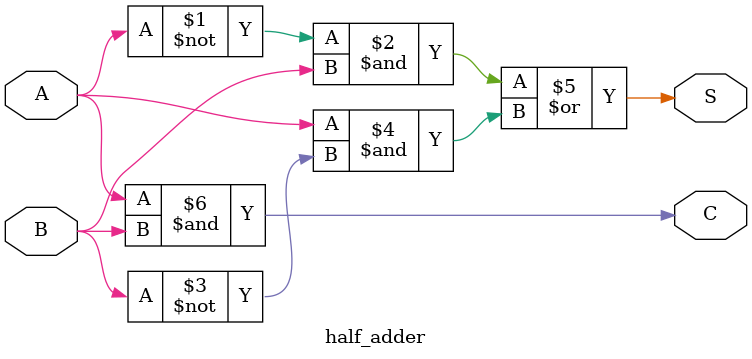
<source format=v>
`timescale 1ns / 1ps


module half_adder(
    input               A,
    input               B,
    
    output              S,
    output              C
    );
    
    assign S = ~A & B | A & ~B;
    assign C =  A & B;
    
endmodule

</source>
